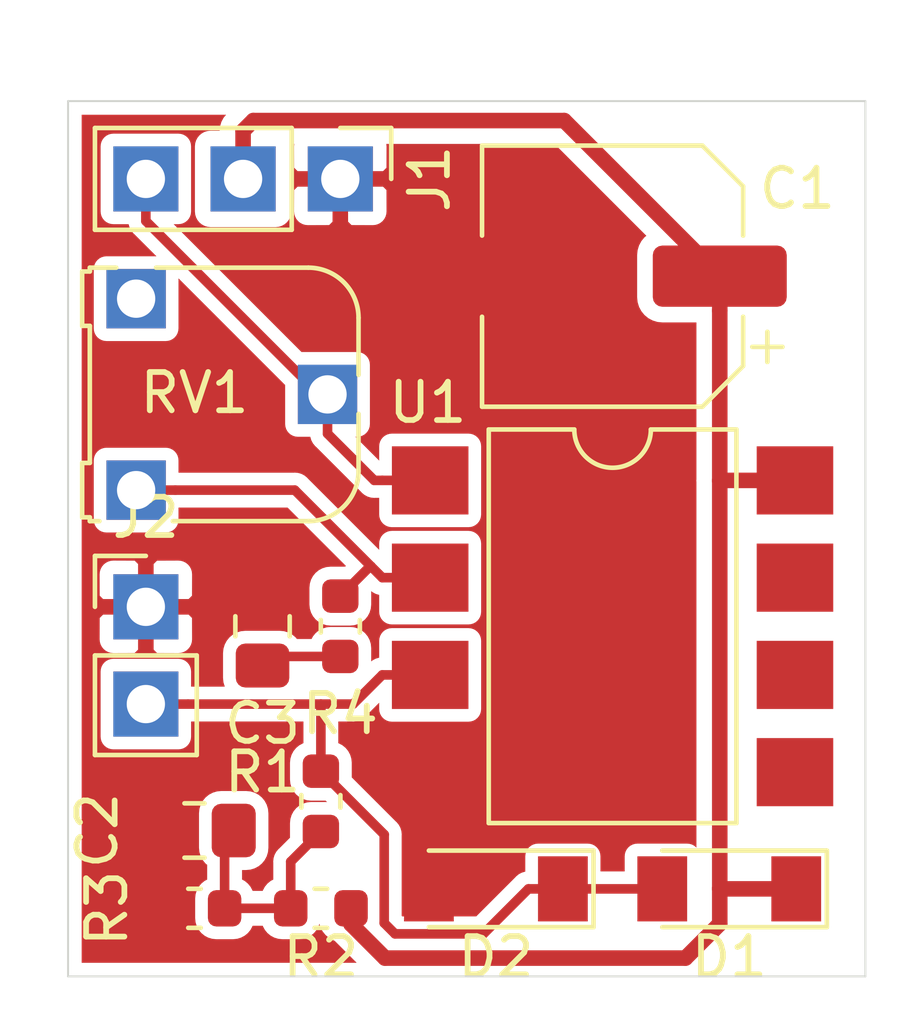
<source format=kicad_pcb>
(kicad_pcb (version 20240108) (generator "pcbnew") (generator_version "8.0")
  (layers (0 "F.Cu" signal) (31 "B.Cu" signal) (34 "B.Paste" user) (35 "F.Paste" user) (36 "B.SilkS" user "B.Silkscreen") (37 "F.SilkS" user "F.Silkscreen") (38 "B.Mask" user) (39 "F.Mask" user) (44 "Edge.Cuts" user))
  (net 0 "")
  (net 1 "GND")
  (net 2 "+5V")
  (net 3 "Net-(C2-Pad1)")
  (net 4 "Net-(C3-Pad1)")
  (net 5 "Net-(D1-Pad2)")
  (net 6 "/OUTPUT")
  (net 7 "Net-(R4-Pad2)")
  (net 8 "Net-(RV1-Pad3)")
  (footprint "Capacitor_SMD:C_0805_2012Metric_Pad1.15x1.40mm_HandSolder" (layer "F.Cu") (at 146.812 136.906 180)
    (property "Reference" "C2" (at 2.54 0 90) (layer "F.SilkS"))
    (property "Value" "100n")
    (fp_line (start -0.261252 0.71) (end 0.261252 0.71) (stroke (width 0.12)) (layer "F.SilkS"))
    (fp_line (start -0.261252 -0.71) (end 0.261252 -0.71) (stroke (width 0.12)) (layer "F.SilkS"))
    (pad "1" smd roundrect (at -1.025 0 180) (size 1.15 1.4) (layers "F.Cu" "F.Paste" "F.Mask") (roundrect_rratio 0.217391) (net 3 "Net-(C2-Pad1)"))
    (pad "2" smd roundrect (at 1.025 0 180) (size 1.15 1.4) (layers "F.Cu" "F.Paste" "F.Mask") (roundrect_rratio 0.217391) (net 1 "GND"))
  )
  (footprint "Capacitor_SMD:C_0805_2012Metric_Pad1.15x1.40mm_HandSolder" (layer "F.Cu") (at 148.59 131.572 90)
    (property "Reference" "C3" (at -2.54 0 180) (layer "F.SilkS"))
    (property "Value" "100n")
    (fp_line (start -0.261252 -0.71) (end 0.261252 -0.71) (stroke (width 0.12)) (layer "F.SilkS"))
    (fp_line (start -0.261252 0.71) (end 0.261252 0.71) (stroke (width 0.12)) (layer "F.SilkS"))
    (pad "1" smd roundrect (at -1.025 0 90) (size 1.15 1.4) (layers "F.Cu" "F.Paste" "F.Mask") (roundrect_rratio 0.217391) (net 4 "Net-(C3-Pad1)"))
    (pad "2" smd roundrect (at 1.025 0 90) (size 1.15 1.4) (layers "F.Cu" "F.Paste" "F.Mask") (roundrect_rratio 0.217391) (net 1 "GND"))
  )
  (footprint "Diode_SMD:D_MiniMELF" (layer "F.Cu") (at 160.782 138.43 180)
    (property "Reference" "D1" (at 0 -1.778 0) (layer "F.SilkS"))
    (property "Value" " ")
    (fp_line (start 1.75 -1) (end -2.55 -1) (stroke (width 0.12)) (layer "F.SilkS"))
    (fp_line (start -2.55 1) (end 1.75 1) (stroke (width 0.12)) (layer "F.SilkS"))
    (fp_line (start -2.55 -1) (end -2.55 1) (stroke (width 0.12)) (layer "F.SilkS"))
    (pad "1" smd rect (at -1.75 0 180) (size 1.3 1.7) (layers "F.Cu" "F.Paste" "F.Mask") (net 2 "+5V"))
    (pad "2" smd rect (at 1.75 0 180) (size 1.3 1.7) (layers "F.Cu" "F.Paste" "F.Mask") (net 5 "Net-(D1-Pad2)"))
  )
  (footprint "Diode_SMD:D_MiniMELF" (layer "F.Cu") (at 154.686 138.43 180)
    (property "Reference" "D2" (at 0 -1.778 0) (layer "F.SilkS"))
    (property "Value" " ")
    (fp_line (start 1.75 -1) (end -2.55 -1) (stroke (width 0.12)) (layer "F.SilkS"))
    (fp_line (start -2.55 1) (end 1.75 1) (stroke (width 0.12)) (layer "F.SilkS"))
    (fp_line (start -2.55 -1) (end -2.55 1) (stroke (width 0.12)) (layer "F.SilkS"))
    (pad "1" smd rect (at -1.75 0 180) (size 1.3 1.7) (layers "F.Cu" "F.Paste" "F.Mask") (net 5 "Net-(D1-Pad2)"))
    (pad "2" smd rect (at 1.75 0 180) (size 1.3 1.7) (layers "F.Cu" "F.Paste" "F.Mask") (net 1 "GND"))
  )
  (footprint "Connector_PinHeader_2.54mm:PinHeader_1x03_P2.54mm_Vertical" (layer "F.Cu") (at 150.622 119.888 -90)
    (property "Reference" "J1" (at 0 -2.33 90) (layer "F.SilkS"))
    (property "Value" "Conn_01x03")
    (fp_line (start -1.33 6.41) (end 1.33 6.41) (stroke (width 0.12)) (layer "F.SilkS"))
    (fp_line (start -1.33 1.27) (end -1.33 6.41) (stroke (width 0.12)) (layer "F.SilkS"))
    (fp_line (start -1.33 1.27) (end 1.33 1.27) (stroke (width 0.12)) (layer "F.SilkS"))
    (fp_line (start 1.33 1.27) (end 1.33 6.41) (stroke (width 0.12)) (layer "F.SilkS"))
    (fp_line (start -1.33 0) (end -1.33 -1.33) (stroke (width 0.12)) (layer "F.SilkS"))
    (fp_line (start -1.33 -1.33) (end 0 -1.33) (stroke (width 0.12)) (layer "F.SilkS"))
    (pad "1" thru_hole rect (at 0 0 270) (size 1.7 1.7) (drill 1) (layers "*.Cu" "*.Mask") (net 1 "GND"))
    (pad "2" thru_hole rect (at 0 2.54 270) (size 1.7 1.7) (drill 1) (layers "*.Cu" "*.Mask") (net 2 "+5V"))
    (pad "3" thru_hole rect (at 0 5.08 270) (size 1.7 1.7) (drill 1) (layers "*.Cu" "*.Mask") (net 6 "/OUTPUT"))
  )
  (footprint "Connector_PinHeader_2.54mm:PinHeader_1x02_P2.54mm_Vertical" (layer "F.Cu") (at 145.542 131.064)
    (property "Reference" "J2" (at 0 -2.33 0) (layer "F.SilkS"))
    (property "Value" "Piezo")
    (fp_line (start -1.33 -1.33) (end 0 -1.33) (stroke (width 0.12)) (layer "F.SilkS"))
    (fp_line (start -1.33 0) (end -1.33 -1.33) (stroke (width 0.12)) (layer "F.SilkS"))
    (fp_line (start -1.33 1.27) (end -1.33 3.87) (stroke (width 0.12)) (layer "F.SilkS"))
    (fp_line (start -1.33 1.27) (end 1.33 1.27) (stroke (width 0.12)) (layer "F.SilkS"))
    (fp_line (start -1.33 3.87) (end 1.33 3.87) (stroke (width 0.12)) (layer "F.SilkS"))
    (fp_line (start 1.33 1.27) (end 1.33 3.87) (stroke (width 0.12)) (layer "F.SilkS"))
    (pad "1" thru_hole rect (at 0 0) (size 1.7 1.7) (drill 1) (layers "*.Cu" "*.Mask") (net 1 "GND"))
    (pad "2" thru_hole rect (at 0 2.54) (size 1.7 1.7) (drill 1) (layers "*.Cu" "*.Mask") (net 5 "Net-(D1-Pad2)"))
  )
  (footprint "Resistor_SMD:R_0603_1608Metric" (layer "F.Cu") (at 150.114 136.144 90)
    (property "Reference" "R1" (at 0.762 -1.524 180) (layer "F.SilkS"))
    (property "Value" "1M")
    (fp_line (start -0.162779 -0.51) (end 0.162779 -0.51) (stroke (width 0.12)) (layer "F.SilkS"))
    (fp_line (start -0.162779 0.51) (end 0.162779 0.51) (stroke (width 0.12)) (layer "F.SilkS"))
    (pad "1" smd roundrect (at -0.7875 0 90) (size 0.875 0.95) (layers "F.Cu" "F.Paste" "F.Mask") (net 3 "Net-(C2-Pad1)"))
    (pad "2" smd roundrect (at 0.7875 0 90) (size 0.875 0.95) (layers "F.Cu" "F.Paste" "F.Mask") (net 5 "Net-(D1-Pad2)"))
  )
  (footprint "Resistor_SMD:R_0603_1608Metric" (layer "F.Cu") (at 150.114 138.938)
    (property "Reference" "R2" (at 0 1.27 0) (layer "F.SilkS"))
    (property "Value" "10k")
    (fp_line (start -0.162779 -0.51) (end 0.162779 -0.51) (stroke (width 0.12)) (layer "F.SilkS"))
    (fp_line (start -0.162779 0.51) (end 0.162779 0.51) (stroke (width 0.12)) (layer "F.SilkS"))
    (pad "1" smd roundrect (at -0.7875 0) (size 0.875 0.95) (layers "F.Cu" "F.Paste" "F.Mask") (net 3 "Net-(C2-Pad1)"))
    (pad "2" smd roundrect (at 0.7875 0) (size 0.875 0.95) (layers "F.Cu" "F.Paste" "F.Mask") (net 2 "+5V"))
  )
  (footprint "Resistor_SMD:R_0603_1608Metric" (layer "F.Cu") (at 146.812 138.938)
    (property "Reference" "R3" (at -2.286 0 90) (layer "F.SilkS"))
    (property "Value" "10k")
    (fp_line (start -0.162779 -0.51) (end 0.162779 -0.51) (stroke (width 0.12)) (layer "F.SilkS"))
    (fp_line (start -0.162779 0.51) (end 0.162779 0.51) (stroke (width 0.12)) (layer "F.SilkS"))
    (pad "1" smd roundrect (at -0.7875 0) (size 0.875 0.95) (layers "F.Cu" "F.Paste" "F.Mask") (net 1 "GND"))
    (pad "2" smd roundrect (at 0.7875 0) (size 0.875 0.95) (layers "F.Cu" "F.Paste" "F.Mask") (net 3 "Net-(C2-Pad1)"))
  )
  (footprint "Resistor_SMD:R_0603_1608Metric" (layer "F.Cu") (at 150.622 131.572 90)
    (property "Reference" "R4" (at -2.286 0 180) (layer "F.SilkS"))
    (property "Value" "10k")
    (fp_line (start -0.162779 -0.51) (end 0.162779 -0.51) (stroke (width 0.12)) (layer "F.SilkS"))
    (fp_line (start -0.162779 0.51) (end 0.162779 0.51) (stroke (width 0.12)) (layer "F.SilkS"))
    (pad "1" smd roundrect (at -0.7875 0 90) (size 0.875 0.95) (layers "F.Cu" "F.Paste" "F.Mask") (net 4 "Net-(C3-Pad1)"))
    (pad "2" smd roundrect (at 0.7875 0 90) (size 0.875 0.95) (layers "F.Cu" "F.Paste" "F.Mask") (net 7 "Net-(R4-Pad2)"))
  )
  (footprint "Potentiometer_THT:Potentiometer_Runtron_RM-065_Vertical" (layer "F.Cu") (at 145.288 128.016 90)
    (property "Reference" "RV1" (at 2.54 1.524 180) (layer "F.SilkS"))
    (property "Value" "1M")
    (fp_line (start 5.71 -1.41) (end 5.71 -1.21) (stroke (width 0.12)) (layer "F.SilkS"))
    (fp_line (start 4.29 -1.41) (end 5.71 -1.41) (stroke (width 0.12)) (layer "F.SilkS"))
    (fp_line (start -0.71 -1.41) (end 0.71 -1.41) (stroke (width 0.12)) (layer "F.SilkS"))
    (fp_line (start -0.71 -1.41) (end -0.71 -1.21) (stroke (width 0.12)) (layer "F.SilkS"))
    (fp_line (start 5.81 -1.21) (end 5.81 -0.52) (stroke (width 0.12)) (layer "F.SilkS"))
    (fp_line (start 5.71 -1.21) (end 5.81 -1.21) (stroke (width 0.12)) (layer "F.SilkS"))
    (fp_line (start 4.29 -1.21) (end 4.29 -1.41) (stroke (width 0.12)) (layer "F.SilkS"))
    (fp_line (start 0.71 -1.21) (end 0.71 -1.41) (stroke (width 0.12)) (layer "F.SilkS"))
    (fp_line (start 0.71 -1.21) (end 4.29 -1.21) (stroke (width 0.12)) (layer "F.SilkS"))
    (fp_line (start -0.71 -1.21) (end -0.81 -1.21) (stroke (width 0.12)) (layer "F.SilkS"))
    (fp_line (start -0.81 -1.21) (end -0.81 -0.96) (stroke (width 0.12)) (layer "F.SilkS"))
    (fp_line (start 5.81 0.52) (end 5.81 4.5) (stroke (width 0.12)) (layer "F.SilkS"))
    (fp_line (start -0.81 4.5) (end -0.81 0.96) (stroke (width 0.12)) (layer "F.SilkS"))
    (fp_line (start 4.5 5.81) (end 3.01 5.81) (stroke (width 0.12)) (layer "F.SilkS"))
    (fp_line (start 1.99 5.81) (end 0.5 5.81) (stroke (width 0.12)) (layer "F.SilkS"))
    (fp_arc (start 5.81 4.5) (mid 5.42631 5.42631) (end 4.5 5.81) (stroke (width 0.12)) (layer "F.SilkS"))
    (fp_arc (start 0.5 5.81) (mid -0.42631 5.42631) (end -0.81 4.5) (stroke (width 0.12)) (layer "F.SilkS"))
    (pad "1" thru_hole rect (at 0 0 90) (size 1.55 1.55) (drill 1) (layers "*.Cu" "*.Mask") (net 7 "Net-(R4-Pad2)"))
    (pad "2" thru_hole rect (at 2.5 5 90) (size 1.55 1.55) (drill 1) (layers "*.Cu" "*.Mask") (net 6 "/OUTPUT"))
    (pad "3" thru_hole rect (at 5 0 90) (size 1.55 1.55) (drill 1) (layers "*.Cu" "*.Mask") (net 8 "Net-(RV1-Pad3)"))
  )
  (footprint "Package_DIP:SMDIP-8_W9.53mm" (layer "F.Cu") (at 157.734 131.572)
    (property "Reference" "U1" (at -4.826 -5.842 0) (layer "F.SilkS"))
    (property "Value" "LMC6482")
    (fp_line (start -3.235 -5.14) (end -3.235 5.14) (stroke (width 0.12)) (layer "F.SilkS"))
    (fp_line (start -3.235 5.14) (end 3.235 5.14) (stroke (width 0.12)) (layer "F.SilkS"))
    (fp_line (start -1 -5.14) (end -3.235 -5.14) (stroke (width 0.12)) (layer "F.SilkS"))
    (fp_line (start 3.235 -5.14) (end 1 -5.14) (stroke (width 0.12)) (layer "F.SilkS"))
    (fp_line (start 3.235 5.14) (end 3.235 -5.14) (stroke (width 0.12)) (layer "F.SilkS"))
    (fp_arc (start 1 -5.14) (mid 0 -4.14) (end -1 -5.14) (stroke (width 0.12)) (layer "F.SilkS"))
    (pad "1" smd rect (at -4.765 -3.81) (size 2 1.78) (layers "F.Cu" "F.Paste" "F.Mask") (net 6 "/OUTPUT"))
    (pad "2" smd rect (at -4.765 -1.27) (size 2 1.78) (layers "F.Cu" "F.Paste" "F.Mask") (net 7 "Net-(R4-Pad2)"))
    (pad "3" smd rect (at -4.765 1.27) (size 2 1.78) (layers "F.Cu" "F.Paste" "F.Mask") (net 5 "Net-(D1-Pad2)"))
    (pad "4" smd rect (at -4.765 3.81) (size 2 1.78) (layers "F.Cu" "F.Paste" "F.Mask") (net 1 "GND"))
    (pad "5" smd rect (at 4.765 3.81) (size 2 1.78) (layers "F.Cu" "F.Paste" "F.Mask"))
    (pad "6" smd rect (at 4.765 1.27) (size 2 1.78) (layers "F.Cu" "F.Paste" "F.Mask"))
    (pad "7" smd rect (at 4.765 -1.27) (size 2 1.78) (layers "F.Cu" "F.Paste" "F.Mask"))
    (pad "8" smd rect (at 4.765 -3.81) (size 2 1.78) (layers "F.Cu" "F.Paste" "F.Mask") (net 2 "+5V"))
  )
  (footprint "Capacitor_SMD:CP_Elec_6.3x5.4" (layer "F.Cu") (at 157.734 122.428 180)
    (property "Reference" "C1" (at -4.826 2.286 0) (layer "F.SilkS"))
    (property "Value" "47u")
    (fp_line (start 3.41 3.41) (end 3.41 1.06) (stroke (width 0.12)) (layer "F.SilkS"))
    (fp_line (start 3.41 -3.41) (end 3.41 -1.06) (stroke (width 0.12)) (layer "F.SilkS"))
    (fp_line (start -2.345563 3.41) (end 3.41 3.41) (stroke (width 0.12)) (layer "F.SilkS"))
    (fp_line (start -2.345563 -3.41) (end 3.41 -3.41) (stroke (width 0.12)) (layer "F.SilkS"))
    (fp_line (start -3.41 2.345563) (end -2.345563 3.41) (stroke (width 0.12)) (layer "F.SilkS"))
    (fp_line (start -3.41 2.345563) (end -3.41 1.06) (stroke (width 0.12)) (layer "F.SilkS"))
    (fp_line (start -3.41 -2.345563) (end -2.345563 -3.41) (stroke (width 0.12)) (layer "F.SilkS"))
    (fp_line (start -3.41 -2.345563) (end -3.41 -1.06) (stroke (width 0.12)) (layer "F.SilkS"))
    (fp_line (start -4.04375 -2.24125) (end -4.04375 -1.45375) (stroke (width 0.12)) (layer "F.SilkS"))
    (fp_line (start -4.4375 -1.8475) (end -3.65 -1.8475) (stroke (width 0.12)) (layer "F.SilkS"))
    (pad "1" smd roundrect (at -2.8 0 180) (size 3.5 1.6) (layers "F.Cu" "F.Paste" "F.Mask") (roundrect_rratio 0.15625) (net 2 "+5V"))
    (pad "2" smd roundrect (at 2.8 0 180) (size 3.5 1.6) (layers "F.Cu" "F.Paste" "F.Mask") (roundrect_rratio 0.15625) (net 1 "GND"))
  )
  (gr_line (start 164.338 117.856) (end 143.51 117.856) (stroke (width 0.05)) (layer "Edge.Cuts"))
  (gr_line (start 164.338 117.856) (end 164.338 140.716) (stroke (width 0.05)) (layer "Edge.Cuts"))
  (gr_line (start 143.51 117.856) (end 143.51 140.716) (stroke (width 0.05)) (layer "Edge.Cuts"))
  (gr_line (start 143.51 140.716) (end 164.338 140.716) (stroke (width 0.05)) (layer "Edge.Cuts"))
  (segment (start 151.7888 140.238011) (end 159.638391 140.238011) (width 0.4064) (layer "F.Cu") (net 2))
  (segment (start 160.54 127.762) (end 160.534 127.768) (width 0.4064) (layer "F.Cu") (net 2))
  (segment (start 162.499 127.762) (end 160.54 127.762) (width 0.4064) (layer "F.Cu") (net 2))
  (segment (start 148.082 118.6316) (end 148.3496 118.364) (width 0.4064) (layer "F.Cu") (net 2))
  (segment (start 159.638391 140.238011) (end 160.534 139.342402) (width 0.4064) (layer "F.Cu") (net 2))
  (segment (start 160.54 138.43) (end 160.534 138.424) (width 0.4064) (layer "F.Cu") (net 2))
  (segment (start 156.47 118.364) (end 160.534 122.428) (width 0.4064) (layer "F.Cu") (net 2))
  (segment (start 160.534 138.424) (end 160.534 127.768) (width 0.4064) (layer "F.Cu") (net 2))
  (segment (start 148.3496 118.364) (end 156.47 118.364) (width 0.4064) (layer "F.Cu") (net 2))
  (segment (start 160.534 123.328) (end 160.534 122.428) (width 0.4064) (layer "F.Cu") (net 2))
  (segment (start 160.534 139.342402) (end 160.534 138.424) (width 0.4064) (layer "F.Cu") (net 2))
  (segment (start 150.9015 139.350711) (end 151.7888 140.238011) (width 0.4064) (layer "F.Cu") (net 2))
  (segment (start 150.9015 138.938) (end 150.9015 139.350711) (width 0.4064) (layer "F.Cu") (net 2))
  (segment (start 162.532 138.43) (end 160.54 138.43) (width 0.4064) (layer "F.Cu") (net 2))
  (segment (start 160.534 127.768) (end 160.534 123.328) (width 0.4064) (layer "F.Cu") (net 2))
  (segment (start 148.082 119.888) (end 148.082 118.6316) (width 0.4064) (layer "F.Cu") (net 2))
  (segment (start 147.5995 138.938) (end 149.3265 138.938) (width 0.25) (layer "F.Cu") (net 3))
  (segment (start 149.3265 137.719) (end 150.114 136.9315) (width 0.25) (layer "F.Cu") (net 3))
  (segment (start 147.5995 137.1435) (end 147.837 136.906) (width 0.25) (layer "F.Cu") (net 3))
  (segment (start 149.3265 138.938) (end 149.3265 137.719) (width 0.25) (layer "F.Cu") (net 3))
  (segment (start 147.5995 138.938) (end 147.5995 137.1435) (width 0.25) (layer "F.Cu") (net 3))
  (segment (start 148.8275 132.3595) (end 148.59 132.597) (width 0.25) (layer "F.Cu") (net 4))
  (segment (start 150.622 132.3595) (end 148.8275 132.3595) (width 0.25) (layer "F.Cu") (net 4))
  (segment (start 146.642 133.604) (end 145.542 133.604) (width 0.25) (layer "F.Cu") (net 5))
  (segment (start 151.719 132.842) (end 150.957 133.604) (width 0.25) (layer "F.Cu") (net 5))
  (segment (start 152.969 132.842) (end 151.719 132.842) (width 0.25) (layer "F.Cu") (net 5))
  (segment (start 152.051001 139.605001) (end 154.360999 139.605001) (width 0.25) (layer "F.Cu") (net 5))
  (segment (start 155.536 138.43) (end 156.436 138.43) (width 0.25) (layer "F.Cu") (net 5))
  (segment (start 154.360999 139.605001) (end 155.536 138.43) (width 0.25) (layer "F.Cu") (net 5))
  (segment (start 151.76881 139.32281) (end 152.051001 139.605001) (width 0.25) (layer "F.Cu") (net 5))
  (segment (start 150.114 133.604) (end 146.642 133.604) (width 0.25) (layer "F.Cu") (net 5))
  (segment (start 156.436 138.43) (end 159.032 138.43) (width 0.25) (layer "F.Cu") (net 5))
  (segment (start 150.957 133.604) (end 150.114 133.604) (width 0.25) (layer "F.Cu") (net 5))
  (segment (start 151.76881 137.01131) (end 151.76881 139.32281) (width 0.25) (layer "F.Cu") (net 5))
  (segment (start 150.114 135.3565) (end 150.114 133.604) (width 0.25) (layer "F.Cu") (net 5))
  (segment (start 150.114 135.3565) (end 151.76881 137.01131) (width 0.25) (layer "F.Cu") (net 5))
  (segment (start 151.509 127.762) (end 151.719 127.762) (width 0.25) (layer "F.Cu") (net 6))
  (segment (start 150.288 126.541) (end 151.509 127.762) (width 0.25) (layer "F.Cu") (net 6))
  (segment (start 150.07 125.516) (end 150.288 125.516) (width 0.25) (layer "F.Cu") (net 6))
  (segment (start 145.542 120.988) (end 150.07 125.516) (width 0.25) (layer "F.Cu") (net 6))
  (segment (start 145.542 119.888) (end 145.542 120.988) (width 0.25) (layer "F.Cu") (net 6))
  (segment (start 150.288 125.516) (end 150.288 126.541) (width 0.25) (layer "F.Cu") (net 6))
  (segment (start 151.719 127.762) (end 152.969 127.762) (width 0.25) (layer "F.Cu") (net 6))
  (segment (start 151.4245 130.0075) (end 149.433 128.016) (width 0.25) (layer "F.Cu") (net 7))
  (segment (start 149.433 128.016) (end 146.313 128.016) (width 0.25) (layer "F.Cu") (net 7))
  (segment (start 152.969 130.302) (end 151.719 130.302) (width 0.25) (layer "F.Cu") (net 7))
  (segment (start 151.399 130.0075) (end 151.4245 130.0075) (width 0.25) (layer "F.Cu") (net 7))
  (segment (start 151.719 130.302) (end 151.4245 130.0075) (width 0.25) (layer "F.Cu") (net 7))
  (segment (start 150.622 130.7845) (end 151.399 130.0075) (width 0.25) (layer "F.Cu") (net 7))
  (segment (start 146.313 128.016) (end 145.288 128.016) (width 0.25) (layer "F.Cu") (net 7))
  (zone (net 1) (net_name "GND") (layer "F.Cu") (connect_pads thru_hole_only (clearance 0.2286)) (min_thickness 0.2032) (fill yes (thermal_gap 0.254) (thermal_bridge_width 0.6096))
    (polygon (pts (xy 141.732 116.586) (xy 141.732 141.986) (xy 165.608 141.986) (xy 165.608 116.586)))
  )
)
</source>
